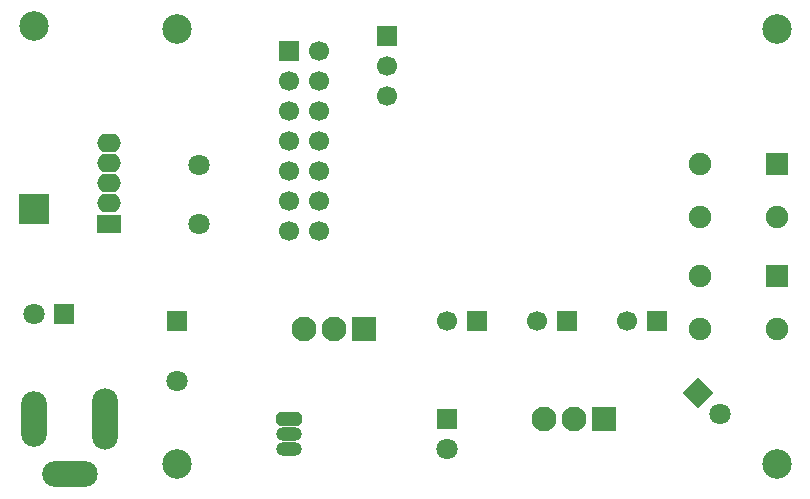
<source format=gbr>
G04 DipTrace 3.2.0.1*
G04 TopMask.gbr*
%MOIN*%
G04 #@! TF.FileFunction,Soldermask,Top*
G04 #@! TF.Part,Single*
%AMOUTLINE1*
4,1,4,
0.0,-0.05011,
-0.05011,0.0,
0.0,0.05011,
0.05011,0.0,
0.0,-0.05011,
0*%
%AMOUTLINE4*
4,1,8,
-0.031158,0.023622,
-0.043307,0.011473,
-0.043307,-0.011473,
-0.031158,-0.023622,
0.031158,-0.023622,
0.043307,-0.011473,
0.043307,0.011473,
0.031158,0.023622,
-0.031158,0.023622,
0*%
%ADD33R,0.074803X0.074803*%
%ADD34C,0.074803*%
%ADD38R,0.066929X0.066929*%
%ADD39C,0.066929*%
%ADD45C,0.09842*%
%ADD54O,0.07874X0.062992*%
%ADD56R,0.07874X0.062992*%
%ADD66O,0.086614X0.047244*%
%ADD68C,0.082677*%
%ADD69R,0.082677X0.082677*%
%ADD70C,0.070866*%
%ADD72O,0.185039X0.086614*%
%ADD74O,0.086614X0.204724*%
%ADD76O,0.086614X0.185039*%
%ADD80C,0.098425*%
%ADD81R,0.098425X0.098425*%
%ADD82C,0.070866*%
%ADD83R,0.070866X0.070866*%
%ADD87OUTLINE1*%
%ADD90OUTLINE4*%
%FSLAX26Y26*%
G04*
G70*
G90*
G75*
G01*
G04 TopMask*
%LPD*%
D83*
X618701Y1043701D3*
D82*
X518701D3*
X993701Y818701D3*
D83*
Y1018701D3*
X1893701Y693701D3*
D82*
Y593701D3*
D87*
X2733345Y779056D3*
D82*
X2804055Y708345D3*
D81*
X518701Y1393701D3*
D80*
Y2001969D3*
D39*
X1893701Y1018701D3*
D38*
X1993701D3*
D39*
X2493701D3*
D38*
X2593701D3*
D39*
X2193701D3*
D38*
X2293701D3*
D45*
X2993701Y1993701D3*
X993701D3*
X2993701Y543701D3*
X993701D3*
D38*
X1368701Y1918701D3*
D39*
X1468701D3*
X1368701Y1818701D3*
X1468701D3*
X1368701Y1718701D3*
X1468701D3*
X1368701Y1618701D3*
X1468701D3*
X1368701Y1518701D3*
X1468701D3*
X1368701Y1418701D3*
X1468701D3*
X1368701Y1318701D3*
X1468701D3*
D76*
X518701Y693701D3*
D74*
X754921D3*
D72*
X636811Y508661D3*
D38*
X1693701Y1968701D3*
D39*
Y1868701D3*
Y1768701D3*
D70*
X1068701Y1343701D3*
Y1540551D3*
D69*
X1618701Y993701D3*
D68*
X1518701D3*
X1418701D3*
D90*
X1368701Y693701D3*
D66*
Y643701D3*
Y593701D3*
D33*
X2993701Y1168701D3*
D34*
Y991535D3*
X2737795D3*
Y1168701D3*
D33*
X2993701Y1543701D3*
D34*
Y1366535D3*
X2737795D3*
Y1543701D3*
D56*
X768701Y1343701D3*
D54*
Y1411024D3*
Y1478346D3*
Y1545669D3*
Y1612992D3*
D69*
X2418701Y693701D3*
D68*
X2318701D3*
X2218701D3*
M02*

</source>
